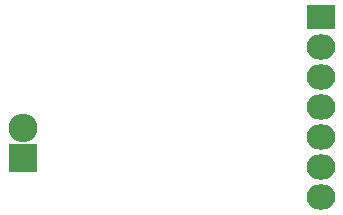
<source format=gbr>
G04 #@! TF.FileFunction,Soldermask,Bot*
%FSLAX46Y46*%
G04 Gerber Fmt 4.6, Leading zero omitted, Abs format (unit mm)*
G04 Created by KiCad (PCBNEW 4.0.1+dfsg1-stable) date Fri 04 Mar 2016 11:29:33 AM PST*
%MOMM*%
G01*
G04 APERTURE LIST*
%ADD10C,0.100000*%
%ADD11R,2.432000X2.432000*%
%ADD12O,2.432000X2.432000*%
%ADD13R,2.432000X2.127200*%
%ADD14O,2.432000X2.127200*%
G04 APERTURE END LIST*
D10*
D11*
X132321300Y-104241600D03*
D12*
X132321300Y-101701600D03*
D13*
X157581600Y-92303600D03*
D14*
X157581600Y-94843600D03*
X157581600Y-97383600D03*
X157581600Y-99923600D03*
X157581600Y-102463600D03*
X157581600Y-105003600D03*
X157581600Y-107543600D03*
M02*

</source>
